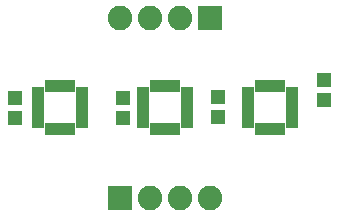
<source format=gts>
G04 EAGLE Gerber X2 export*
G75*
%MOMM*%
%FSLAX34Y34*%
%LPD*%
%AMOC8*
5,1,8,0,0,1.08239X$1,22.5*%
G01*
%ADD10R,1.117600X0.482600*%
%ADD11R,0.482600X1.117600*%
%ADD12R,1.203200X1.303200*%
%ADD13R,2.082800X2.082800*%
%ADD14C,2.082800*%


D10*
X45100Y101600D03*
X45100Y106600D03*
X45100Y111600D03*
X45100Y116600D03*
X45100Y96600D03*
X45100Y91600D03*
X45100Y86600D03*
X81900Y96600D03*
X81900Y106600D03*
X81900Y101600D03*
X81900Y116600D03*
X81900Y111600D03*
X81900Y86600D03*
X81900Y91600D03*
D11*
X63500Y120000D03*
X68500Y120000D03*
X73500Y120000D03*
X58500Y120000D03*
X53500Y120000D03*
X53500Y83200D03*
X58500Y83200D03*
X63500Y83200D03*
X68500Y83200D03*
X73500Y83200D03*
D12*
X25400Y110100D03*
X25400Y93100D03*
D10*
X134000Y101600D03*
X134000Y106600D03*
X134000Y111600D03*
X134000Y116600D03*
X134000Y96600D03*
X134000Y91600D03*
X134000Y86600D03*
X170800Y96600D03*
X170800Y106600D03*
X170800Y101600D03*
X170800Y116600D03*
X170800Y111600D03*
X170800Y86600D03*
X170800Y91600D03*
D11*
X152400Y120000D03*
X157400Y120000D03*
X162400Y120000D03*
X147400Y120000D03*
X142400Y120000D03*
X142400Y83200D03*
X147400Y83200D03*
X152400Y83200D03*
X157400Y83200D03*
X162400Y83200D03*
D12*
X116840Y110100D03*
X116840Y93100D03*
D10*
X222900Y101600D03*
X222900Y106600D03*
X222900Y111600D03*
X222900Y116600D03*
X222900Y96600D03*
X222900Y91600D03*
X222900Y86600D03*
X259700Y96600D03*
X259700Y106600D03*
X259700Y101600D03*
X259700Y116600D03*
X259700Y111600D03*
X259700Y86600D03*
X259700Y91600D03*
D11*
X241300Y120000D03*
X246300Y120000D03*
X251300Y120000D03*
X236300Y120000D03*
X231300Y120000D03*
X231300Y83200D03*
X236300Y83200D03*
X241300Y83200D03*
X246300Y83200D03*
X251300Y83200D03*
D12*
X197358Y110608D03*
X197358Y93608D03*
X287020Y108340D03*
X287020Y125340D03*
D13*
X114300Y25400D03*
D14*
X139700Y25400D03*
X165100Y25400D03*
X190500Y25400D03*
D13*
X190500Y177800D03*
D14*
X165100Y177800D03*
X139700Y177800D03*
X114300Y177800D03*
M02*

</source>
